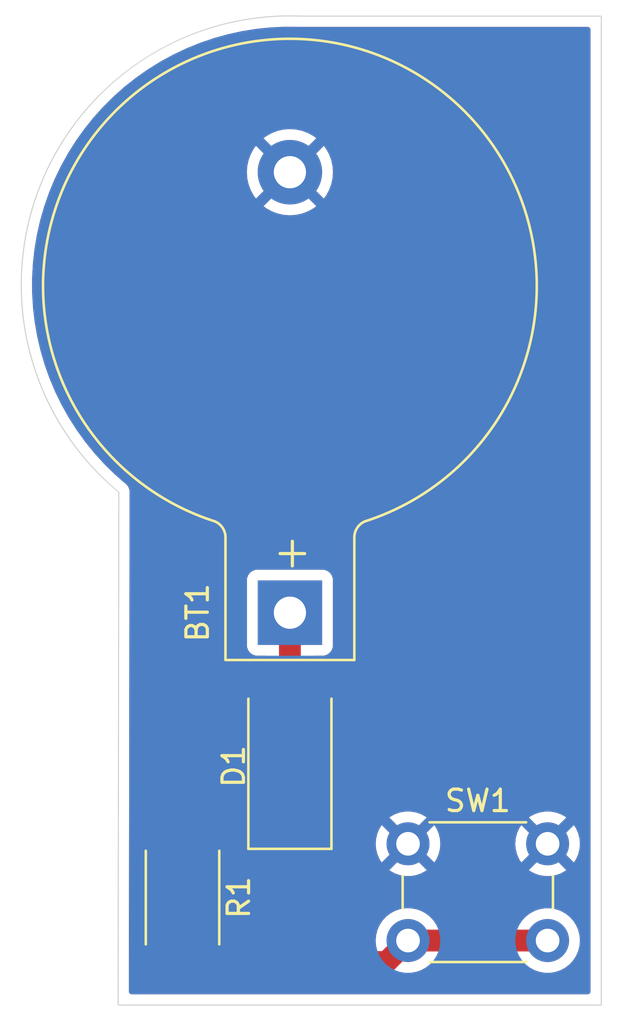
<source format=kicad_pcb>
(kicad_pcb (version 20240108) (generator "pcbnew") (generator_version "8.0")
  (layers (0 "F.Cu" signal) (31 "B.Cu" signal) (34 "B.Paste" user) (35 "F.Paste" user) (36 "B.SilkS" user "B.Silkscreen") (37 "F.SilkS" user "F.Silkscreen") (38 "B.Mask" user) (39 "F.Mask" user) (44 "Edge.Cuts" user))
  (net 0 "")
  (net 1 "GND")
  (net 2 "Net-(BT1-+)")
  (net 3 "Net-(D1-K)")
  (net 4 "Net-(SW1-B)")
  (footprint "LED_SMD:LED_2512_6332Metric" (layer "F.Cu") (at 135.5 132.9 90)
    (property "Reference" "D1" (at 0 -2.62 90) (layer "F.SilkS"))
    (property "Value" "LED")
    (fp_line (start 3.15 -1.935) (end -3.835 -1.935) (stroke (width 0.12)) (layer "F.SilkS"))
    (fp_line (start -3.835 -1.935) (end -3.835 1.935) (stroke (width 0.12)) (layer "F.SilkS"))
    (fp_line (start -3.835 1.935) (end 3.15 1.935) (stroke (width 0.12)) (layer "F.SilkS"))
    (pad "1" smd roundrect (at -2.9 0 90) (size 1.35 3.35) (layers "F.Cu" "F.Paste" "F.Mask") (roundrect_rratio 0.185185) (net 3 "Net-(D1-K)"))
    (pad "2" smd roundrect (at 2.9 0 90) (size 1.35 3.35) (layers "F.Cu" "F.Paste" "F.Mask") (roundrect_rratio 0.185185) (net 2 "Net-(BT1-+)"))
  )
  (footprint "Resistor_SMD:R_2512_6332Metric" (layer "F.Cu") (at 130.5 139 -90)
    (property "Reference" "R1" (at 0 -2.62 90) (layer "F.SilkS"))
    (property "Value" "R_US")
    (fp_line (start -2.177064 1.71) (end 2.177064 1.71) (stroke (width 0.12)) (layer "F.SilkS"))
    (fp_line (start -2.177064 -1.71) (end 2.177064 -1.71) (stroke (width 0.12)) (layer "F.SilkS"))
    (pad "1" smd roundrect (at -2.9625 0 270) (size 1.225 3.35) (layers "F.Cu" "F.Paste" "F.Mask") (roundrect_rratio 0.204082) (net 3 "Net-(D1-K)"))
    (pad "2" smd roundrect (at 2.9625 0 270) (size 1.225 3.35) (layers "F.Cu" "F.Paste" "F.Mask") (roundrect_rratio 0.204082) (net 4 "Net-(SW1-B)"))
  )
  (footprint "Button_Switch_THT:SW_PUSH_6mm" (layer "F.Cu") (at 141 136.5)
    (property "Reference" "SW1" (at 3.25 -2 0) (layer "F.SilkS"))
    (property "Value" "SW_SPST")
    (fp_line (start -0.25 1.5) (end -0.25 3) (stroke (width 0.12)) (layer "F.SilkS"))
    (fp_line (start 1 5.5) (end 5.5 5.5) (stroke (width 0.12)) (layer "F.SilkS"))
    (fp_line (start 5.5 -1) (end 1 -1) (stroke (width 0.12)) (layer "F.SilkS"))
    (fp_line (start 6.75 3) (end 6.75 1.5) (stroke (width 0.12)) (layer "F.SilkS"))
    (pad "1" thru_hole circle (at 0 0 90) (size 2 2) (drill 1.1) (layers "*.Cu" "*.Mask") (net 1 "GND"))
    (pad "1" thru_hole circle (at 6.5 0 90) (size 2 2) (drill 1.1) (layers "*.Cu" "*.Mask") (net 1 "GND"))
    (pad "2" thru_hole circle (at 0 4.5 90) (size 2 2) (drill 1.1) (layers "*.Cu" "*.Mask") (net 4 "Net-(SW1-B)"))
    (pad "2" thru_hole circle (at 6.5 4.5 90) (size 2 2) (drill 1.1) (layers "*.Cu" "*.Mask") (net 4 "Net-(SW1-B)"))
  )
  (footprint "Battery:BatteryHolder_Keystone_103_1x20mm" (layer "F.Cu") (at 135.499999 125.75 90)
    (property "Reference" "BT1" (at 0 -4.3 90) (layer "F.SilkS"))
    (property "Value" "Battery_Cell")
    (fp_line (start -2.2 -3) (end 3.5 -3) (stroke (width 0.12)) (layer "F.SilkS"))
    (fp_line (start -2.2 3) (end -2.2 -3) (stroke (width 0.12)) (layer "F.SilkS"))
    (fp_line (start -2.2 3) (end 3.5 3) (stroke (width 0.12)) (layer "F.SilkS"))
    (fp_arc (start 4.25 -3.5) (mid 3.950694 -3.136459) (end 3.5 -3) (stroke (width 0.12)) (layer "F.SilkS"))
    (fp_arc (start 4.25 -3.5) (mid 16.971103 -11.358466) (end 26.695671 0) (stroke (width 0.12)) (layer "F.SilkS"))
    (fp_arc (start 26.695671 0) (mid 16.971103 11.358466) (end 4.25 3.5) (stroke (width 0.12)) (layer "F.SilkS"))
    (fp_arc (start 3.5 3) (mid 3.950694 3.136459) (end 4.25 3.5) (stroke (width 0.12)) (layer "F.SilkS"))
    (fp_text user "+" (at 2.75 0 90) (layer "F.SilkS") (effects (font (size 1.5 1.5))))
    (pad "1" thru_hole rect (at 0 0 90) (size 3 3) (drill 1.5) (layers "*.Cu" "*.Mask") (net 2 "Net-(BT1-+)"))
    (pad "2" thru_hole circle (at 20.49 0 90) (size 3 3) (drill 1.5) (layers "*.Cu" "*.Mask") (net 1 "GND"))
  )
  (gr_arc (start 127.532616 120.144728) (mid 123.815065 106.032082) (end 136 98) (stroke (width 0.05)) (layer "Edge.Cuts"))
  (gr_line (start 150 144) (end 150 98) (stroke (width 0.05)) (layer "Edge.Cuts"))
  (gr_line (start 150 98) (end 136 98) (stroke (width 0.05)) (layer "Edge.Cuts"))
  (gr_line (start 127.532616 120.144728) (end 127.5 144) (stroke (width 0.05)) (layer "Edge.Cuts"))
  (gr_line (start 127.5 144) (end 150 144) (stroke (width 0.05)) (layer "Edge.Cuts"))
  (segment (start 135.5 130) (end 135.5 125.750001) (width 1.016) (layer "F.Cu") (net 2))
  (segment (start 135.5 125.750001) (end 135.499999 125.75) (width 1.016) (layer "F.Cu") (net 2))
  (segment (start 135.5 135.8) (end 130.7375 135.8) (width 1.016) (layer "F.Cu") (net 3))
  (segment (start 130.7375 135.8) (end 130.5 136.0375) (width 1.016) (layer "F.Cu") (net 3))
  (segment (start 130.5 142) (end 140 142) (width 1.016) (layer "F.Cu") (net 4))
  (segment (start 141 141) (end 147.5 141) (width 1.016) (layer "F.Cu") (net 4))
  (segment (start 140 142) (end 141 141) (width 1.016) (layer "F.Cu") (net 4))
  (segment (start 130.5 141.9625) (end 130.5 142) (width 1.016) (layer "F.Cu") (net 4))
  (zone (net 1) (net_name "GND") (layers "F&B.Cu") (connect_pads (clearance 0.5)) (min_thickness 0.25) (fill yes (thermal_gap 0.5) (thermal_bridge_width 0.5))
    (polygon (pts (xy 151.8 144.9) (xy 151.9 97.25) (xy 122 97.3) (xy 122.35 144.8)))
  )
)
</source>
